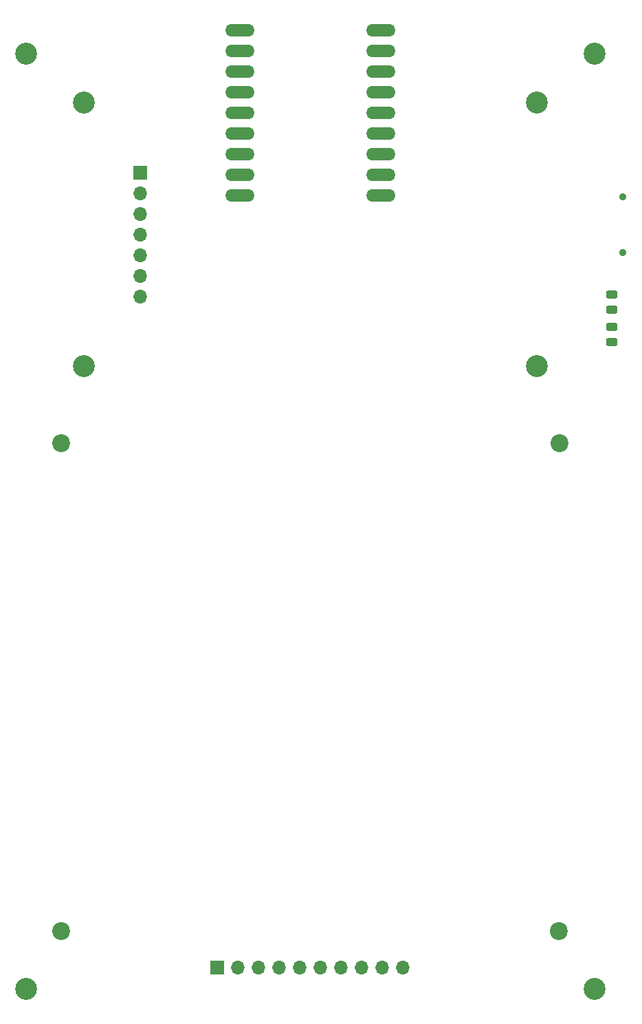
<source format=gts>
G04 #@! TF.GenerationSoftware,KiCad,Pcbnew,8.0.3*
G04 #@! TF.CreationDate,2024-06-08T17:14:39+02:00*
G04 #@! TF.ProjectId,chip8-pcb,63686970-382d-4706-9362-2e6b69636164,1*
G04 #@! TF.SameCoordinates,Original*
G04 #@! TF.FileFunction,Soldermask,Top*
G04 #@! TF.FilePolarity,Negative*
%FSLAX46Y46*%
G04 Gerber Fmt 4.6, Leading zero omitted, Abs format (unit mm)*
G04 Created by KiCad (PCBNEW 8.0.3) date 2024-06-08 17:14:39*
%MOMM*%
%LPD*%
G01*
G04 APERTURE LIST*
G04 Aperture macros list*
%AMRoundRect*
0 Rectangle with rounded corners*
0 $1 Rounding radius*
0 $2 $3 $4 $5 $6 $7 $8 $9 X,Y pos of 4 corners*
0 Add a 4 corners polygon primitive as box body*
4,1,4,$2,$3,$4,$5,$6,$7,$8,$9,$2,$3,0*
0 Add four circle primitives for the rounded corners*
1,1,$1+$1,$2,$3*
1,1,$1+$1,$4,$5*
1,1,$1+$1,$6,$7*
1,1,$1+$1,$8,$9*
0 Add four rect primitives between the rounded corners*
20,1,$1+$1,$2,$3,$4,$5,0*
20,1,$1+$1,$4,$5,$6,$7,0*
20,1,$1+$1,$6,$7,$8,$9,0*
20,1,$1+$1,$8,$9,$2,$3,0*%
G04 Aperture macros list end*
%ADD10C,2.700000*%
%ADD11C,2.200000*%
%ADD12R,1.700000X1.700000*%
%ADD13O,1.700000X1.700000*%
%ADD14RoundRect,0.243750X-0.456250X0.243750X-0.456250X-0.243750X0.456250X-0.243750X0.456250X0.243750X0*%
%ADD15RoundRect,0.243750X0.456250X-0.243750X0.456250X0.243750X-0.456250X0.243750X-0.456250X-0.243750X0*%
%ADD16C,0.900000*%
%ADD17RoundRect,0.600000X1.150000X0.150000X-1.150000X0.150000X-1.150000X-0.150000X1.150000X-0.150000X0*%
%ADD18RoundRect,0.600000X-1.150000X-0.150000X1.150000X-0.150000X1.150000X0.150000X-1.150000X0.150000X0*%
G04 APERTURE END LIST*
D10*
X45000000Y-50000000D03*
D11*
X49300000Y-157900000D03*
D10*
X115000000Y-165000000D03*
D11*
X110700000Y-97900000D03*
X110600000Y-157900000D03*
D10*
X52100000Y-56000000D03*
D12*
X68500000Y-162375000D03*
D13*
X71040000Y-162375000D03*
X73580000Y-162375000D03*
X76120000Y-162375000D03*
X78660000Y-162375000D03*
X81200000Y-162375000D03*
X83740000Y-162375000D03*
X86280000Y-162375000D03*
X88820000Y-162375000D03*
X91360000Y-162375000D03*
D14*
X117100000Y-79600000D03*
X117100000Y-81475000D03*
D10*
X115000000Y-50000000D03*
X107900000Y-88400000D03*
X52100000Y-88400000D03*
X107900000Y-56000000D03*
D15*
X117100000Y-85475000D03*
X117100000Y-83600000D03*
D10*
X45000000Y-165000000D03*
D11*
X49300000Y-97900000D03*
D12*
X59075000Y-64580000D03*
D13*
X59075000Y-67120000D03*
X59075000Y-69660000D03*
X59075000Y-72200000D03*
X59075000Y-74740000D03*
X59075000Y-77280000D03*
X59075000Y-79820000D03*
D16*
X118500000Y-67600000D03*
X118500000Y-74400000D03*
D17*
X88670000Y-47090000D03*
X88670000Y-49630000D03*
X88670000Y-52170000D03*
X88670000Y-54710000D03*
X88670000Y-57250000D03*
X88670000Y-59790000D03*
X88670000Y-62330000D03*
X88670000Y-64870000D03*
X88670000Y-67410000D03*
D18*
X71330000Y-67410000D03*
X71330000Y-64870000D03*
X71330000Y-62330000D03*
X71330000Y-59790000D03*
X71330000Y-57250000D03*
X71330000Y-54710000D03*
X71330000Y-52170000D03*
X71330000Y-49630000D03*
X71330000Y-47090000D03*
M02*

</source>
